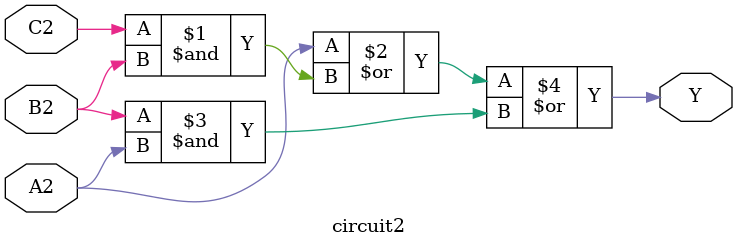
<source format=v>
module circuit2(
    input A2, B2, C2,
    output Y
);

assign Y = (A2 | (C2 & B2)) | (B2 & A2);

endmodule

</source>
